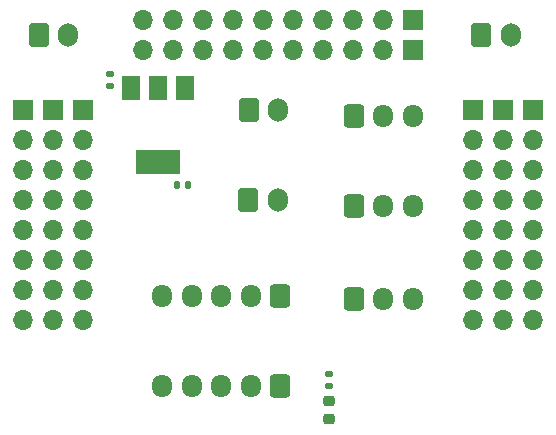
<source format=gbr>
%TF.GenerationSoftware,KiCad,Pcbnew,7.0.6*%
%TF.CreationDate,2024-01-20T12:46:22+09:00*%
%TF.ProjectId,RoboMasterHatBoard,526f626f-4d61-4737-9465-72486174426f,rev?*%
%TF.SameCoordinates,Original*%
%TF.FileFunction,Soldermask,Top*%
%TF.FilePolarity,Negative*%
%FSLAX46Y46*%
G04 Gerber Fmt 4.6, Leading zero omitted, Abs format (unit mm)*
G04 Created by KiCad (PCBNEW 7.0.6) date 2024-01-20 12:46:22*
%MOMM*%
%LPD*%
G01*
G04 APERTURE LIST*
G04 Aperture macros list*
%AMRoundRect*
0 Rectangle with rounded corners*
0 $1 Rounding radius*
0 $2 $3 $4 $5 $6 $7 $8 $9 X,Y pos of 4 corners*
0 Add a 4 corners polygon primitive as box body*
4,1,4,$2,$3,$4,$5,$6,$7,$8,$9,$2,$3,0*
0 Add four circle primitives for the rounded corners*
1,1,$1+$1,$2,$3*
1,1,$1+$1,$4,$5*
1,1,$1+$1,$6,$7*
1,1,$1+$1,$8,$9*
0 Add four rect primitives between the rounded corners*
20,1,$1+$1,$2,$3,$4,$5,0*
20,1,$1+$1,$4,$5,$6,$7,0*
20,1,$1+$1,$6,$7,$8,$9,0*
20,1,$1+$1,$8,$9,$2,$3,0*%
G04 Aperture macros list end*
%ADD10RoundRect,0.250000X-0.600000X-0.750000X0.600000X-0.750000X0.600000X0.750000X-0.600000X0.750000X0*%
%ADD11O,1.700000X2.000000*%
%ADD12RoundRect,0.250000X-0.600000X-0.725000X0.600000X-0.725000X0.600000X0.725000X-0.600000X0.725000X0*%
%ADD13O,1.700000X1.950000*%
%ADD14RoundRect,0.140000X0.170000X-0.140000X0.170000X0.140000X-0.170000X0.140000X-0.170000X-0.140000X0*%
%ADD15RoundRect,0.250000X0.600000X0.725000X-0.600000X0.725000X-0.600000X-0.725000X0.600000X-0.725000X0*%
%ADD16RoundRect,0.135000X-0.185000X0.135000X-0.185000X-0.135000X0.185000X-0.135000X0.185000X0.135000X0*%
%ADD17RoundRect,0.218750X0.256250X-0.218750X0.256250X0.218750X-0.256250X0.218750X-0.256250X-0.218750X0*%
%ADD18RoundRect,0.140000X-0.140000X-0.170000X0.140000X-0.170000X0.140000X0.170000X-0.140000X0.170000X0*%
%ADD19R,1.500000X2.000000*%
%ADD20R,3.800000X2.000000*%
%ADD21R,1.700000X1.700000*%
%ADD22O,1.700000X1.700000*%
G04 APERTURE END LIST*
D10*
%TO.C,J17*%
X92750000Y-67310000D03*
D11*
X95250000Y-67310000D03*
%TD*%
D10*
%TO.C,J16*%
X130215000Y-67310000D03*
D11*
X132715000Y-67310000D03*
%TD*%
D12*
%TO.C,J14*%
X119420000Y-74168000D03*
D13*
X121920000Y-74168000D03*
X124420000Y-74168000D03*
%TD*%
D10*
%TO.C,J9*%
X110490000Y-81280000D03*
D11*
X112990000Y-81280000D03*
%TD*%
D10*
%TO.C,J10*%
X110530000Y-73660000D03*
D11*
X113030000Y-73660000D03*
%TD*%
D14*
%TO.C,C1*%
X98806000Y-71600000D03*
X98806000Y-70640000D03*
%TD*%
D15*
%TO.C,J13*%
X113204000Y-97045000D03*
D13*
X110704000Y-97045000D03*
X108204000Y-97045000D03*
X105704000Y-97045000D03*
X103204000Y-97045000D03*
%TD*%
D12*
%TO.C,J11*%
X119420000Y-89645000D03*
D13*
X121920000Y-89645000D03*
X124420000Y-89645000D03*
%TD*%
D16*
%TO.C,R1*%
X117348000Y-96010000D03*
X117348000Y-97030000D03*
%TD*%
D17*
%TO.C,D1*%
X117348000Y-99847500D03*
X117348000Y-98272500D03*
%TD*%
D18*
%TO.C,C2*%
X104450000Y-80010000D03*
X105410000Y-80010000D03*
%TD*%
D19*
%TO.C,U1*%
X105170000Y-71780000D03*
X102870000Y-71780000D03*
D20*
X102870000Y-78080000D03*
D19*
X100570000Y-71780000D03*
%TD*%
D15*
%TO.C,J12*%
X113204000Y-89408000D03*
D13*
X110704000Y-89408000D03*
X108204000Y-89408000D03*
X105704000Y-89408000D03*
X103204000Y-89408000D03*
%TD*%
D12*
%TO.C,J15*%
X119420000Y-81771000D03*
D13*
X121920000Y-81771000D03*
X124420000Y-81771000D03*
%TD*%
D21*
%TO.C,J4*%
X91440000Y-73660000D03*
D22*
X91440000Y-76200000D03*
X91440000Y-78740000D03*
X91440000Y-81280000D03*
X91440000Y-83820000D03*
X91440000Y-86360000D03*
X91440000Y-88900000D03*
X91440000Y-91440000D03*
%TD*%
D21*
%TO.C,J6*%
X96520000Y-73660000D03*
D22*
X96520000Y-76200000D03*
X96520000Y-78740000D03*
X96520000Y-81280000D03*
X96520000Y-83820000D03*
X96520000Y-86360000D03*
X96520000Y-88900000D03*
X96520000Y-91440000D03*
%TD*%
D21*
%TO.C,J1*%
X129540000Y-73660000D03*
D22*
X129540000Y-76200000D03*
X129540000Y-78740000D03*
X129540000Y-81280000D03*
X129540000Y-83820000D03*
X129540000Y-86360000D03*
X129540000Y-88900000D03*
X129540000Y-91440000D03*
%TD*%
D21*
%TO.C,J2*%
X132080000Y-73660000D03*
D22*
X132080000Y-76200000D03*
X132080000Y-78740000D03*
X132080000Y-81280000D03*
X132080000Y-83820000D03*
X132080000Y-86360000D03*
X132080000Y-88900000D03*
X132080000Y-91440000D03*
%TD*%
D21*
%TO.C,J3*%
X134620000Y-73660000D03*
D22*
X134620000Y-76200000D03*
X134620000Y-78740000D03*
X134620000Y-81280000D03*
X134620000Y-83820000D03*
X134620000Y-86360000D03*
X134620000Y-88900000D03*
X134620000Y-91440000D03*
%TD*%
D21*
%TO.C,J8*%
X124460000Y-66040000D03*
D22*
X121920000Y-66040000D03*
X119380000Y-66040000D03*
X116840000Y-66040000D03*
X114300000Y-66040000D03*
X111760000Y-66040000D03*
X109220000Y-66040000D03*
X106680000Y-66040000D03*
X104140000Y-66040000D03*
X101600000Y-66040000D03*
%TD*%
D21*
%TO.C,J5*%
X93980000Y-73660000D03*
D22*
X93980000Y-76200000D03*
X93980000Y-78740000D03*
X93980000Y-81280000D03*
X93980000Y-83820000D03*
X93980000Y-86360000D03*
X93980000Y-88900000D03*
X93980000Y-91440000D03*
%TD*%
D21*
%TO.C,J7*%
X124460000Y-68580000D03*
D22*
X121920000Y-68580000D03*
X119380000Y-68580000D03*
X116840000Y-68580000D03*
X114300000Y-68580000D03*
X111760000Y-68580000D03*
X109220000Y-68580000D03*
X106680000Y-68580000D03*
X104140000Y-68580000D03*
X101600000Y-68580000D03*
%TD*%
M02*

</source>
